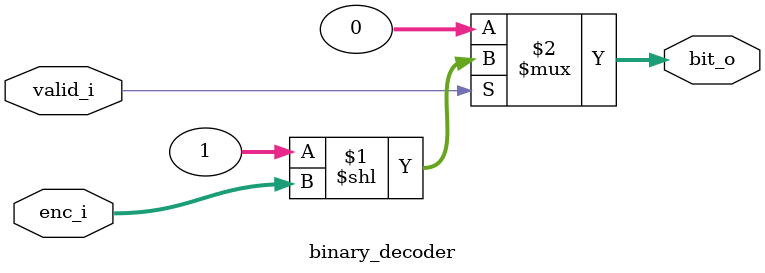
<source format=sv>

module binary_decoder #(
    parameter   C_OUT_WIDTH =   32                  ,
    parameter   C_IN_WIDTH  =   $clog2(C_OUT_WIDTH)
)(
    input   logic   [C_IN_WIDTH-1:0]    enc_i   ,
    input   logic                       valid_i ,
    output  logic   [C_OUT_WIDTH-1:0]   bit_o   
);

// ====================================================================
// RTL Logic Start
// ====================================================================

    assign  bit_o   =   valid_i ? {{(C_OUT_WIDTH-1){1'b0}},1'b1} << enc_i
                                : {C_OUT_WIDTH{1'b0}};

// ====================================================================
// RTL Logic End
// ====================================================================

endmodule

</source>
